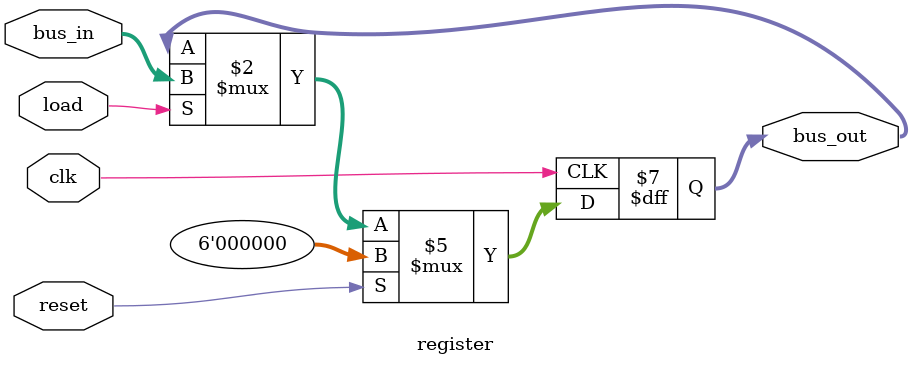
<source format=v>
module register (
    clk,
    reset,
    load,
    bus_in,
    bus_out
);
    parameter SIZE = 6;
    input clk, reset, load;
    input [SIZE-1:0] bus_in;
    output reg [SIZE-1:0] bus_out;

    always @(posedge clk) begin
        if (reset)
            bus_out <= {SIZE{1'b0}};
        else if (load)
            bus_out <= bus_in;
    end
endmodule
</source>
